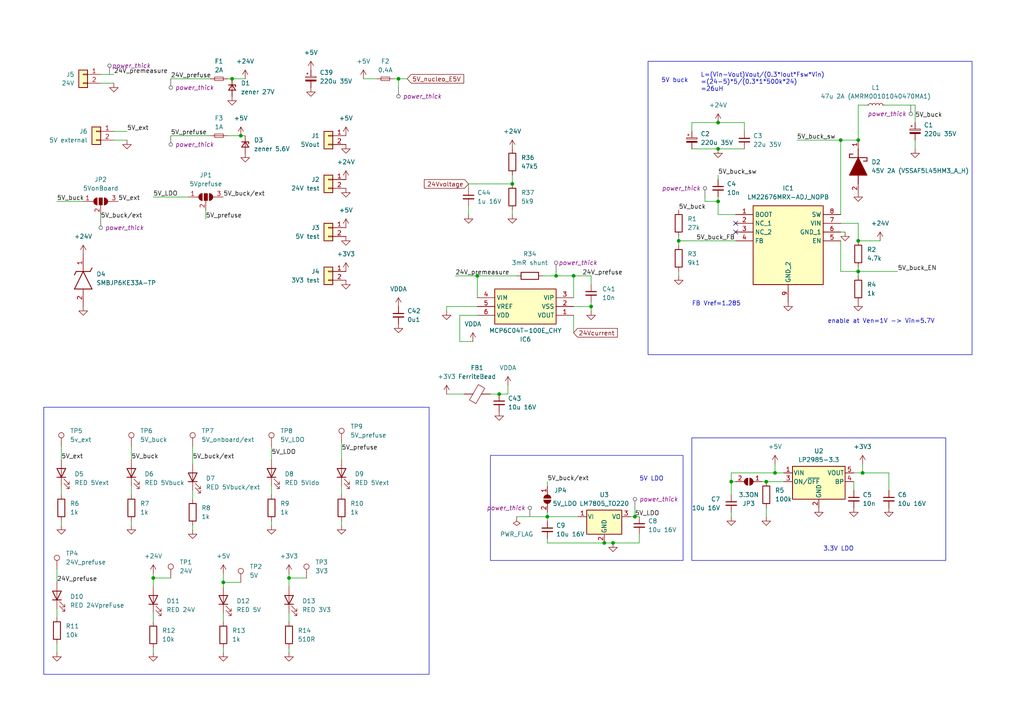
<source format=kicad_sch>
(kicad_sch (version 20231120) (generator "eeschema") (generator_version "8.0")
  (paper "A4")
  (title_block (title "rear box nucleo board 1") (date "2024-08-05") (rev "3.0") (company "NTURacing") (comment 1 "郭哲明") (comment 2 "Electrical group"))
  (junction (at 184.15 149.86))
  (junction (at 175.26 157.48))
  (junction (at 224.79 137.16))
  (junction (at 208.28 35.56))
  (junction (at 69.85 39.37))
  (junction (at 196.85 69.85))
  (junction (at 115.57 22.86))
  (junction (at 44.45 167.64))
  (junction (at 177.8 157.48))
  (junction (at 248.92 69.85))
  (junction (at 208.28 58.42))
  (junction (at 67.31 22.86))
  (junction (at 161.29 80.01))
  (junction (at 138.43 80.01))
  (junction (at 248.92 78.74))
  (junction (at 166.37 80.01))
  (junction (at 64.77 168.91))
  (junction (at 250.19 137.16))
  (junction (at 208.28 43.18))
  (junction (at 158.75 149.86))
  (junction (at 243.84 40.64))
  (junction (at 83.82 167.64))
  (junction (at 222.25 139.7))
  (junction (at 248.92 40.64))
  (junction (at 144.78 114.3))
  (junction (at 171.45 88.9))
  (junction (at 212.09 139.7))
  (junction (at 148.59 53.34))
  (no_connect (at 213.36 67.31))
  (no_connect (at 213.36 64.77))
  (wire (pts (xy 99.06 152.4) (xy 99.06 151.13)))
  (wire (pts (xy 265.43 30.48) (xy 265.43 35.56)))
  (wire (pts (xy 248.92 78.74) (xy 260.35 78.74)))
  (wire (pts (xy 166.37 80.01) (xy 166.37 86.36)))
  (wire (pts (xy 200.66 35.56) (xy 208.28 35.56)))
  (wire (pts (xy 175.26 157.48) (xy 177.8 157.48)))
  (wire (pts (xy 161.29 78.74) (xy 161.29 80.01)))
  (wire (pts (xy 158.75 139.7) (xy 158.75 140.97)))
  (wire (pts (xy 133.35 99.06) (xy 133.35 91.44)))
  (wire (pts (xy 256.54 30.48) (xy 265.43 30.48)))
  (wire (pts (xy 135.89 59.69) (xy 135.89 62.23)))
  (wire (pts (xy 147.32 111.76) (xy 147.32 114.3)))
  (wire (pts (xy 99.06 128.27) (xy 99.06 133.35)))
  (wire (pts (xy 133.35 91.44) (xy 138.43 91.44)))
  (wire (pts (xy 166.37 91.44) (xy 166.37 96.52)))
  (wire (pts (xy 158.75 157.48) (xy 175.26 157.48)))
  (wire (pts (xy 208.28 50.8) (xy 208.28 52.07)))
  (wire (pts (xy 171.45 90.17) (xy 171.45 88.9)))
  (wire (pts (xy 64.77 189.23) (xy 64.77 187.96)))
  (wire (pts (xy 105.41 22.86) (xy 109.22 22.86)))
  (wire (pts (xy 215.9 38.1) (xy 215.9 35.56)))
  (wire (pts (xy 55.88 153.67) (xy 55.88 152.4)))
  (wire (pts (xy 215.9 35.56) (xy 208.28 35.56)))
  (wire (pts (xy 49.53 22.86) (xy 60.96 22.86)))
  (wire (pts (xy 265.43 40.64) (xy 265.43 43.18)))
  (wire (pts (xy 208.28 43.18) (xy 215.9 43.18)))
  (wire (pts (xy 257.81 137.16) (xy 257.81 142.24)))
  (wire (pts (xy 16.51 189.23) (xy 16.51 186.69)))
  (wire (pts (xy 212.09 137.16) (xy 224.79 137.16)))
  (wire (pts (xy 208.28 62.23) (xy 213.36 62.23)))
  (wire (pts (xy 44.45 180.34) (xy 44.45 177.8)))
  (wire (pts (xy 243.84 69.85) (xy 243.84 78.74)))
  (wire (pts (xy 118.11 22.86) (xy 115.57 22.86)))
  (wire (pts (xy 196.85 80.01) (xy 196.85 78.74)))
  (wire (pts (xy 44.45 170.18) (xy 44.45 167.64)))
  (wire (pts (xy 17.78 143.51) (xy 17.78 140.97)))
  (wire (pts (xy 243.84 40.64) (xy 248.92 40.64)))
  (wire (pts (xy 248.92 64.77) (xy 248.92 69.85)))
  (wire (pts (xy 245.11 67.31) (xy 243.84 67.31)))
  (wire (pts (xy 133.35 99.06) (xy 137.16 99.06)))
  (wire (pts (xy 166.37 80.01) (xy 171.45 80.01)))
  (wire (pts (xy 166.37 88.9) (xy 171.45 88.9)))
  (wire (pts (xy 243.84 78.74) (xy 248.92 78.74)))
  (wire (pts (xy 208.28 57.15) (xy 208.28 58.42)))
  (wire (pts (xy 67.31 22.86) (xy 66.04 22.86)))
  (wire (pts (xy 17.78 129.54) (xy 17.78 133.35)))
  (wire (pts (xy 248.92 64.77) (xy 243.84 64.77)))
  (wire (pts (xy 196.85 71.12) (xy 196.85 69.85)))
  (wire (pts (xy 171.45 87.63) (xy 171.45 88.9)))
  (wire (pts (xy 38.1 143.51) (xy 38.1 140.97)))
  (wire (pts (xy 64.77 180.34) (xy 64.77 177.8)))
  (wire (pts (xy 148.59 60.96) (xy 148.59 62.23)))
  (wire (pts (xy 64.77 168.91) (xy 64.77 166.37)))
  (wire (pts (xy 248.92 30.48) (xy 248.92 40.64)))
  (wire (pts (xy 38.1 152.4) (xy 38.1 151.13)))
  (wire (pts (xy 158.75 149.86) (xy 167.64 149.86)))
  (wire (pts (xy 44.45 189.23) (xy 44.45 187.96)))
  (wire (pts (xy 158.75 148.59) (xy 158.75 149.86)))
  (wire (pts (xy 135.89 54.61) (xy 135.89 53.34)))
  (wire (pts (xy 71.12 22.86) (xy 67.31 22.86)))
  (wire (pts (xy 49.53 39.37) (xy 60.96 39.37)))
  (wire (pts (xy 16.51 58.42) (xy 24.13 58.42)))
  (wire (pts (xy 200.66 38.1) (xy 200.66 35.56)))
  (wire (pts (xy 243.84 40.64) (xy 243.84 62.23)))
  (wire (pts (xy 16.51 165.1) (xy 16.51 168.91)))
  (wire (pts (xy 138.43 88.9) (xy 129.54 88.9)))
  (wire (pts (xy 44.45 167.64) (xy 44.45 166.37)))
  (wire (pts (xy 49.53 167.64) (xy 44.45 167.64)))
  (wire (pts (xy 88.9 167.64) (xy 83.82 167.64)))
  (wire (pts (xy 33.02 38.1) (xy 36.83 38.1)))
  (wire (pts (xy 208.28 58.42) (xy 208.28 62.23)))
  (wire (pts (xy 78.74 143.51) (xy 78.74 140.97)))
  (wire (pts (xy 33.02 24.13) (xy 29.21 24.13)))
  (wire (pts (xy 212.09 148.59) (xy 212.09 149.86)))
  (wire (pts (xy 129.54 114.3) (xy 134.62 114.3)))
  (wire (pts (xy 182.88 149.86) (xy 184.15 149.86)))
  (wire (pts (xy 161.29 80.01) (xy 166.37 80.01)))
  (wire (pts (xy 250.19 134.62) (xy 250.19 137.16)))
  (wire (pts (xy 158.75 156.21) (xy 158.75 157.48)))
  (wire (pts (xy 29.21 63.5) (xy 29.21 62.23)))
  (wire (pts (xy 115.57 22.86) (xy 114.3 22.86)))
  (wire (pts (xy 212.09 137.16) (xy 212.09 139.7)))
  (wire (pts (xy 222.25 147.32) (xy 222.25 149.86)))
  (wire (pts (xy 250.19 137.16) (xy 257.81 137.16)))
  (wire (pts (xy 69.85 39.37) (xy 66.04 39.37)))
  (wire (pts (xy 248.92 78.74) (xy 248.92 77.47)))
  (wire (pts (xy 248.92 78.74) (xy 248.92 80.01)))
  (wire (pts (xy 129.54 88.9) (xy 129.54 90.17)))
  (wire (pts (xy 83.82 180.34) (xy 83.82 177.8)))
  (wire (pts (xy 157.48 80.01) (xy 161.29 80.01)))
  (wire (pts (xy 64.77 170.18) (xy 64.77 168.91)))
  (wire (pts (xy 177.8 157.48) (xy 185.42 157.48)))
  (wire (pts (xy 255.27 69.85) (xy 248.92 69.85)))
  (wire (pts (xy 224.79 134.62) (xy 224.79 137.16)))
  (wire (pts (xy 71.12 39.37) (xy 69.85 39.37)))
  (wire (pts (xy 83.82 170.18) (xy 83.82 167.64)))
  (wire (pts (xy 208.28 43.18) (xy 200.66 43.18)))
  (wire (pts (xy 38.1 129.54) (xy 38.1 133.35)))
  (wire (pts (xy 78.74 129.54) (xy 78.74 133.35)))
  (wire (pts (xy 212.09 139.7) (xy 212.09 143.51)))
  (wire (pts (xy 16.51 179.07) (xy 16.51 176.53)))
  (wire (pts (xy 224.79 137.16) (xy 227.33 137.16)))
  (wire (pts (xy 220.98 139.7) (xy 222.25 139.7)))
  (wire (pts (xy 204.47 57.15) (xy 204.47 58.42)))
  (wire (pts (xy 213.36 139.7) (xy 212.09 139.7)))
  (wire (pts (xy 196.85 69.85) (xy 213.36 69.85)))
  (wire (pts (xy 17.78 152.4) (xy 17.78 151.13)))
  (wire (pts (xy 36.83 40.64) (xy 33.02 40.64)))
  (wire (pts (xy 171.45 80.01) (xy 171.45 82.55)))
  (wire (pts (xy 142.24 114.3) (xy 144.78 114.3)))
  (wire (pts (xy 247.65 142.24) (xy 247.65 139.7)))
  (wire (pts (xy 148.59 50.8) (xy 148.59 53.34)))
  (wire (pts (xy 138.43 80.01) (xy 149.86 80.01)))
  (wire (pts (xy 78.74 152.4) (xy 78.74 151.13)))
  (wire (pts (xy 115.57 25.4) (xy 115.57 22.86)))
  (wire (pts (xy 59.69 63.5) (xy 59.69 60.96)))
  (wire (pts (xy 135.89 53.34) (xy 148.59 53.34)))
  (wire (pts (xy 149.86 149.86) (xy 158.75 149.86)))
  (wire (pts (xy 222.25 139.7) (xy 227.33 139.7)))
  (wire (pts (xy 138.43 80.01) (xy 138.43 86.36)))
  (wire (pts (xy 248.92 30.48) (xy 251.46 30.48)))
  (wire (pts (xy 83.82 167.64) (xy 83.82 166.37)))
  (wire (pts (xy 83.82 189.23) (xy 83.82 187.96)))
  (wire (pts (xy 99.06 143.51) (xy 99.06 140.97)))
  (wire (pts (xy 55.88 129.54) (xy 55.88 134.62)))
  (wire (pts (xy 231.14 40.64) (xy 243.84 40.64)))
  (wire (pts (xy 184.15 149.86) (xy 185.42 149.86)))
  (wire (pts (xy 185.42 154.94) (xy 185.42 157.48)))
  (wire (pts (xy 29.21 21.59) (xy 33.02 21.59)))
  (wire (pts (xy 196.85 68.58) (xy 196.85 69.85)))
  (wire (pts (xy 158.75 151.13) (xy 158.75 149.86)))
  (wire (pts (xy 247.65 137.16) (xy 250.19 137.16)))
  (wire (pts (xy 44.45 57.15) (xy 54.61 57.15)))
  (wire (pts (xy 55.88 144.78) (xy 55.88 142.24)))
  (wire (pts (xy 144.78 114.3) (xy 147.32 114.3)))
  (wire (pts (xy 69.85 168.91) (xy 64.77 168.91)))
  (wire (pts (xy 204.47 58.42) (xy 208.28 58.42)))
  (wire (pts (xy 132.08 80.01) (xy 138.43 80.01)))
  (wire (pts (xy 184.15 147.32) (xy 184.15 149.86)))
  (rectangle (start 12.7 118.11) (end 124.46 195.58))
  (rectangle (start 187.96 17.78) (end 281.94 102.87))
  (rectangle (start 200.66 127) (end 274.32 162.56))
  (rectangle (start 142.24 132.08) (end 198.12 162.56))
  (text "FB Vref=1.285" (at 200.66 88.9 0) (effects (font (size 1.27 1.27)) (justify left bottom)))
  (text "3.3V LDO" (at 238.76 160.02 0) (effects (font (size 1.27 1.27)) (justify left bottom)))
  (text "5V buck" (at 191.77 24.13 0) (effects (font (size 1.27 1.27)) (justify left bottom)))
  (text "L=(Vin-Vout)Vout/(0.3*Iout*Fsw*Vin)\n=(24-5)*5/(0.3*1*500k*24)\n=26uH" (at 203.2 26.67 0) (effects (font (size 1.27 1.27)) (justify left bottom)))
  (text "5V LDO" (at 185.42 139.7 0) (effects (font (size 1.27 1.27)) (justify left bottom)))
  (text "enable at Ven=1V -> Vin=5.7V\n" (at 240.03 93.98 0) (effects (font (size 1.27 1.27)) (justify left bottom)))
  (label "5V_buck{slash}ext" (at 29.21 63.5 0))
  (label "5V_buck{slash}ext" (at 64.77 57.15 0))
  (label "5V_prefuse" (at 99.06 130.81 0))
  (label "5V_buck_EN" (at 260.35 78.74 0))
  (label "5V_LDO" (at 78.74 132.08 0))
  (label "5V_buck" (at 265.43 34.29 0))
  (label "5V_buck" (at 16.51 58.42 0))
  (label "5V_ext" (at 17.78 133.35 0))
  (label "5V_ext" (at 34.29 58.42 0))
  (label "5V_ext" (at 36.83 38.1 0))
  (label "24V_premeasure" (at 33.02 21.59 0))
  (label "5V_buck{slash}ext" (at 158.75 139.7 0))
  (label "5V_buck_sw" (at 208.28 50.8 0))
  (label "5V_prefuse" (at 59.69 63.5 0))
  (label "24V_prefuse" (at 16.51 168.91 0))
  (label "5V_buck_sw" (at 231.14 40.64 0))
  (label "5V_buck" (at 38.1 133.35 0))
  (label "24V_prefuse" (at 168.91 80.01 0))
  (label "5V_LDO" (at 44.45 57.15 0))
  (label "5V_prefuse" (at 49.53 39.37 0))
  (label "5V_LDO" (at 184.15 149.86 0))
  (label "5V_buck" (at 196.85 60.96 0))
  (label "5V_buck_FB" (at 201.93 69.85 0))
  (label "5V_buck{slash}ext" (at 55.88 133.35 0))
  (label "24V_prefuse" (at 49.53 22.86 0))
  (label "24V_premeasure" (at 132.08 80.01 0))
  (global_label "24Vvoltage" (shape input) (at 135.89 53.34 180) (property "Intersheetrefs" "${INTERSHEET_REFS}" (effects (hide yes))))
  (global_label "24Vcurrent" (shape input) (at 166.37 96.52 0) (property "Intersheetrefs" "${INTERSHEET_REFS}" (effects (hide yes))))
  (global_label "5V_nucleo_E5V" (shape input) (at 118.11 22.86 0) (property "Intersheetrefs" "${INTERSHEET_REFS}" (effects (hide yes))))
  (netclass_flag "" (length 2.54) (shape round) (at 264.16 30.48 180) (property "Netclass" "power_thick" (at 262.89 33.02 0) (effects (font (italic yes)) (justify right))))
  (netclass_flag "" (length 2.54) (shape round) (at 161.29 78.74 0) (property "Netclass" "power_thick" (at 161.9885 76.2 0) (effects (font (italic yes)) (justify left))))
  (netclass_flag "" (length 2.54) (shape round) (at 31.75 21.59 0) (property "Netclass" "power_thick" (at 32.4485 19.05 0) (effects (font (italic yes)) (justify left))))
  (netclass_flag "" (length 2.54) (shape round) (at 29.21 63.5 180) (property "Netclass" "power_thick" (at 30.48 66.04 0) (effects (font (italic yes)) (justify left))))
  (netclass_flag "" (length 2.54) (shape round) (at 204.47 57.15 0) (property "Netclass" "power_thick" (at 203.2 54.61 0) (effects (font (italic yes)) (justify right))))
  (netclass_flag "" (length 2.54) (shape round) (at 184.15 147.32 0) (property "Netclass" "power_thick" (at 185.42 144.78 0) (effects (font (italic yes)) (justify left))))
  (netclass_flag "" (length 2.54) (shape round) (at 49.53 39.37 180) (property "Netclass" "power_thick" (at 50.8 41.91 0) (effects (font (italic yes)) (justify left))))
  (netclass_flag "" (length 2.54) (shape round) (at 115.57 25.4 180) (property "Netclass" "power_thick" (at 116.84 27.94 0) (effects (font (italic yes)) (justify left))))
  (netclass_flag "" (length 2.54) (shape round) (at 49.53 22.86 180) (property "Netclass" "power_thick" (at 50.8 25.4 0) (effects (font (italic yes)) (justify left))))
  (netclass_flag "" (length 2.54) (shape round) (at 153.67 149.86 0) (property "Netclass" "power_thick" (at 152.4 147.32 0) (effects (font (italic yes)) (justify right))))
  (symbol (lib_id "power:GND") (at 248.92 55.88 0) (unit 1)
    (property "Reference" "#PWR031" (effects (hide yes)))
    (property "Value" "GND" (effects (hide yes)))
  )
  (symbol (lib_id "Device:LED") (at 64.77 173.99 90) (unit 1)
    (property "Reference" "D12" (at 68.58 174.3075 90) (effects (justify right)))
    (property "Value" "RED 5V" (at 68.58 176.8475 90) (effects (justify right)))
    (property "Footprint" "LED_SMD:LED_0603_1608Metric" (effects (hide yes)))
    (instances (project "rearbox_nucleo_1" (path "" (reference "D12") (unit 1))) (project "BMS_MASTER_STM32F105RC" (path "" (reference "D1") (unit 1))))
  )
  (symbol (lib_id "Device:R") (at 153.67 80.01 90) (unit 1)
    (property "Reference" "R34" (at 153.67 73.66 90))
    (property "Value" "3mR shunt" (at 153.67 76.2 90))
    (property "Footprint" "Resistor_SMD:R_1206_3216Metric" (effects (hide yes)))
    (instances (project "rearbox_nucleo_1" (path "" (reference "R34") (unit 1))) (project "power board" (path "" (reference "R5") (unit 1)) (path "" (reference "R15") (unit 1))))
  )
  (symbol (lib_id "Device:Fuse_Small") (at 63.5 22.86 0) (unit 1)
    (property "Reference" "F1" (at 63.5 17.78 0))
    (property "Value" "2A" (at 63.5 20.32 0))
    (property "Footprint" "Fuse:Fuse_2512_6332Metric_Pad1.52x3.35mm_HandSolder" (effects (hide yes)))
  )
  (symbol (lib_id "power:+5V") (at 100.33 66.04 0) (unit 1)
    (property "Reference" "#PWR0153" (effects (hide yes)))
    (property "Value" "+5V" (at 100.33 60.96 0))
  )
  (symbol (lib_id "Device:C_Small") (at 185.42 152.4 0) (unit 1)
    (property "Reference" "C8" (at 187.96 151.1363 0) (effects (justify left)))
    (property "Value" "10u 16V" (at 187.96 153.6763 0) (effects (justify left)))
    (property "Footprint" "Capacitor_SMD:C_0805_2012Metric" (effects (hide yes)))
  )
  (symbol (lib_id "Connector:TestPoint") (at 49.53 167.64 0) (unit 1)
    (property "Reference" "TP1" (at 52.07 163.068 0) (effects (justify left)))
    (property "Value" "24V" (at 52.07 165.608 0) (effects (justify left)))
    (property "Footprint" "TestPoint:TestPoint_Pad_D1.0mm" (effects (hide yes)))
  )
  (symbol (lib_id "power:GND") (at 247.65 147.32 0) (unit 1)
    (property "Reference" "#PWR042" (effects (hide yes)))
    (property "Value" "GND" (effects (hide yes)))
    (instances (project "rearbox_nucleo_1" (path "" (reference "#PWR042") (unit 1))) (project "power board" (path "" (reference "#PWR031") (unit 1)) (path "" (reference "#PWR031") (unit 1))))
  )
  (symbol (lib_id "power:GND") (at 36.83 40.64 0) (unit 1)
    (property "Reference" "#PWR027" (effects (hide yes)))
    (property "Value" "GND" (effects (hide yes)))
  )
  (symbol (lib_id "power:VDDA") (at 137.16 99.06 0) (unit 1)
    (property "Reference" "#PWR0163" (effects (hide yes)))
    (property "Value" "VDDA" (at 137.16 93.98 0))
    (instances (project "rearbox_nucleo_1" (path "" (reference "#PWR0163") (unit 1))) (project "power board" (path "" (reference "#PWR017") (unit 1)) (path "" (reference "#PWR088") (unit 1))))
  )
  (symbol (lib_id "power:GND") (at 265.43 43.18 0) (unit 1)
    (property "Reference" "#PWR029" (effects (hide yes)))
    (property "Value" "GND" (effects (hide yes)))
  )
  (symbol (lib_id "Regulator_Linear:LM7805_TO220") (at 175.26 149.86 0) (unit 1)
    (property "Reference" "U3" (at 175.26 143.51 0))
    (property "Value" "LM7805_TO220" (at 175.26 146.05 0))
    (property "Footprint" "Package_TO_SOT_THT:TO-220-3_Vertical" (effects (hide yes)))
    (property "Datasheet" "https://www.onsemi.cn/PowerSolutions/document/MC7800-D.PDF" (effects (hide yes)))
  )
  (symbol (lib_id "Device:LED") (at 44.45 173.99 90) (unit 1)
    (property "Reference" "D11" (at 48.26 174.3075 90) (effects (justify right)))
    (property "Value" "RED 24V" (at 48.26 176.8475 90) (effects (justify right)))
    (property "Footprint" "LED_SMD:LED_0603_1608Metric" (effects (hide yes)))
    (instances (project "rearbox_nucleo_1" (path "" (reference "D11") (unit 1))) (project "BMS_MASTER_STM32F105RC" (path "" (reference "D1") (unit 1))))
  )
  (symbol (lib_id "Device:C_Small") (at 135.89 57.15 0) (unit 1)
    (property "Reference" "C44" (at 138.43 55.88 0) (effects (justify left)))
    (property "Value" "1u 16V" (at 138.43 58.42 0) (effects (justify left)))
    (property "Footprint" "Capacitor_SMD:C_0603_1608Metric" (effects (hide yes)))
    (instances (project "rearbox_nucleo_1" (path "" (reference "C44") (unit 1))) (project "power board" (path "" (reference "C5") (unit 1))))
  )
  (symbol (lib_id "Device:Fuse_Small") (at 63.5 39.37 0) (unit 1)
    (property "Reference" "F3" (at 63.5 34.29 0))
    (property "Value" "1A" (at 63.5 36.83 0))
    (property "Footprint" "Fuse:Fuse_2512_6332Metric_Pad1.52x3.35mm_HandSolder" (effects (hide yes)))
  )
  (symbol (lib_id "power:GND") (at 78.74 152.4 0) (unit 1)
    (property "Reference" "#PWR049" (effects (hide yes)))
    (property "Value" "GND" (effects (hide yes)))
    (instances (project "rearbox_nucleo_1" (path "" (reference "#PWR049") (unit 1))) (project "BMS_MASTER_STM32F105RC" (path "" (reference "#PWR080") (unit 1))))
  )
  (symbol (lib_id "power:+24V") (at 71.12 22.86 0) (unit 1)
    (property "Reference" "#PWR021" (effects (hide yes)))
    (property "Value" "+24V" (at 71.12 17.78 0))
  )
  (symbol (lib_id "Connector_Generic:Conn_01x02") (at 95.25 52.07 0) (mirror y) (unit 1)
    (property "Reference" "J2" (at 92.71 52.07 0) (effects (justify left)))
    (property "Value" "24V test" (at 92.71 54.61 0) (effects (justify left)))
    (property "Footprint" "Connector_PinHeader_2.54mm:PinHeader_1x02_P2.54mm_Vertical" (effects (hide yes)))
  )
  (symbol (lib_id "Connector:TestPoint") (at 16.51 165.1 0) (unit 1)
    (property "Reference" "TP4" (at 19.05 160.528 0) (effects (justify left)))
    (property "Value" "24V_prefuse" (at 19.05 163.068 0) (effects (justify left)))
    (property "Footprint" "TestPoint:TestPoint_Pad_D1.0mm" (effects (hide yes)))
  )
  (symbol (lib_id "power:GND") (at 55.88 153.67 0) (unit 1)
    (property "Reference" "#PWR048" (effects (hide yes)))
    (property "Value" "GND" (effects (hide yes)))
    (instances (project "rearbox_nucleo_1" (path "" (reference "#PWR048") (unit 1))) (project "BMS_MASTER_STM32F105RC" (path "" (reference "#PWR080") (unit 1))))
  )
  (symbol (lib_id "SamacSys_Parts:LM22676MRX-ADJ_NOPB") (at 213.36 62.23 0) (unit 1)
    (property "Reference" "IC1" (at 228.6 54.61 0))
    (property "Value" "LM22676MRX-ADJ_NOPB" (at 228.6 57.15 0))
    (property "Footprint" "SamacSys_Parts:SOIC127P600X170-9N" (effects (hide yes)))
    (property "Datasheet" "http://www.ti.com/lit/gpn/lm22676" (effects (hide yes)))
    (property "Height" "1.7" (effects (hide yes)))
    (property "Mouser Part Number" "926-LM22676MRXADJNPB" (effects (hide yes)))
    (property "Mouser Price/Stock" "https://www.mouser.co.uk/ProductDetail/Texas-Instruments/LM22676MRX-ADJ-NOPB?qs=X1J7HmVL2ZEiVxL5gtCClA%3D%3D" (effects (hide yes)))
    (property "Manufacturer_Name" "Texas Instruments" (effects (hide yes)))
    (property "Manufacturer_Part_Number" "LM22676MRX-ADJ/NOPB" (effects (hide yes)))
  )
  (symbol (lib_id "Connector:TestPoint") (at 69.85 168.91 0) (unit 1)
    (property "Reference" "TP2" (at 72.39 164.338 0) (effects (justify left)))
    (property "Value" "5V" (at 72.39 166.878 0) (effects (justify left)))
    (property "Footprint" "TestPoint:TestPoint_Pad_D1.0mm" (effects (hide yes)))
  )
  (symbol (lib_id "power:GND") (at 212.09 149.86 0) (unit 1)
    (property "Reference" "#PWR044" (effects (hide yes)))
    (property "Value" "GND" (effects (hide yes)))
    (instances (project "rearbox_nucleo_1" (path "" (reference "#PWR044") (unit 1))) (project "power board" (path "" (reference "#PWR036") (unit 1)) (path "" (reference "#PWR036") (unit 1))))
  )
  (symbol (lib_id "power:GND") (at 71.12 44.45 0) (unit 1)
    (property "Reference" "#PWR030" (effects (hide yes)))
    (property "Value" "GND" (effects (hide yes)))
  )
  (symbol (lib_id "power:GND") (at 148.59 62.23 0) (unit 1)
    (property "Reference" "#PWR0167" (effects (hide yes)))
    (property "Value" "GND" (effects (hide yes)))
    (instances (project "rearbox_nucleo_1" (path "" (reference "#PWR0167") (unit 1))) (project "power board" (path "" (reference "#PWR025") (unit 1))))
  )
  (symbol (lib_id "Device:R") (at 16.51 182.88 0) (unit 1)
    (property "Reference" "R11" (at 19.05 181.61 0) (effects (justify left)))
    (property "Value" "10k" (at 19.05 184.15 0) (effects (justify left)))
    (property "Footprint" "Resistor_SMD:R_0603_1608Metric" (effects (hide yes)))
    (instances (project "rearbox_nucleo_1" (path "" (reference "R11") (unit 1))) (project "BMS_MASTER_STM32F105RC" (path "" (reference "R17") (unit 1))))
  )
  (symbol (lib_id "power:+24V") (at 148.59 43.18 0) (unit 1)
    (property "Reference" "#PWR0168" (effects (hide yes)))
    (property "Value" "+24V" (at 148.59 38.1 0))
  )
  (symbol (lib_id "Connector_Generic:Conn_01x02") (at 24.13 21.59 0) (mirror y) (unit 1)
    (property "Reference" "J5" (at 21.59 21.59 0) (effects (justify left)))
    (property "Value" "24V" (at 21.59 24.13 0) (effects (justify left)))
    (property "Footprint" "Connector_JST:JST_XH_B2B-XH-A_1x02_P2.50mm_Vertical" (effects (hide yes)))
  )
  (symbol (lib_id "power:+3V3") (at 250.19 134.62 0) (unit 1)
    (property "Reference" "#PWR040" (effects (hide yes)))
    (property "Value" "+3V3" (at 250.19 129.54 0))
  )
  (symbol (lib_id "Device:R") (at 17.78 147.32 0) (unit 1)
    (property "Reference" "R6" (at 20.32 146.05 0) (effects (justify left)))
    (property "Value" "1k" (at 20.32 148.59 0) (effects (justify left)))
    (property "Footprint" "Resistor_SMD:R_0603_1608Metric" (effects (hide yes)))
    (instances (project "rearbox_nucleo_1" (path "" (reference "R6") (unit 1))) (project "BMS_MASTER_STM32F105RC" (path "" (reference "R17") (unit 1))))
  )
  (symbol (lib_id "power:GND") (at 90.17 25.4 0) (unit 1)
    (property "Reference" "#PWR09" (effects (hide yes)))
    (property "Value" "GND" (effects (hide yes)))
  )
  (symbol (lib_id "Connector:TestPoint") (at 38.1 129.54 0) (unit 1)
    (property "Reference" "TP6" (at 40.64 124.968 0) (effects (justify left)))
    (property "Value" "5V_buck" (at 40.64 127.508 0) (effects (justify left)))
    (property "Footprint" "TestPoint:TestPoint_Pad_D1.0mm" (effects (hide yes)))
  )
  (symbol (lib_id "Connector_Generic:Conn_01x02") (at 95.25 66.04 0) (mirror y) (unit 1)
    (property "Reference" "J3" (at 92.71 66.04 0) (effects (justify left)))
    (property "Value" "5V test" (at 92.71 68.58 0) (effects (justify left)))
    (property "Footprint" "Connector_PinHeader_2.54mm:PinHeader_1x02_P2.54mm_Vertical" (effects (hide yes)))
  )
  (symbol (lib_id "SamacSys_Parts:MCP6C04T-100E_CHY") (at 166.37 91.44 180) (unit 1)
    (property "Reference" "IC6" (at 152.4 98.425 0))
    (property "Value" "MCP6C04T-100E_CHY" (at 152.4 95.885 0))
    (property "Footprint" "SamacSys_Parts:SOT95P280X145-6N" (effects (hide yes)))
    (property "Height" "1.45" (effects (hide yes)))
    (property "Mouser Part Number" "579-MCP6C04T100ECHY" (effects (hide yes)))
    (property "Mouser Price/Stock" "https://www.mouser.co.uk/ProductDetail/Microchip-Technology/MCP6C04T-100E-CHY?qs=3HJ2avRr9PJRQkbNv3EK6Q%3D%3D" (effects (hide yes)))
    (property "Manufacturer_Name" "Microchip" (effects (hide yes)))
    (property "Manufacturer_Part_Number" "MCP6C04T-100E/CHY" (effects (hide yes)))
    (instances (project "rearbox_nucleo_1" (path "" (reference "IC6") (unit 1))) (project "power board" (path "" (reference "IC3") (unit 1)) (path "" (reference "IC5") (unit 1))))
  )
  (symbol (lib_id "power:GND") (at 33.02 24.13 0) (unit 1)
    (property "Reference" "#PWR022" (effects (hide yes)))
    (property "Value" "GND" (effects (hide yes)))
  )
  (symbol (lib_id "power:GND") (at 99.06 152.4 0) (unit 1)
    (property "Reference" "#PWR050" (effects (hide yes)))
    (property "Value" "GND" (effects (hide yes)))
    (instances (project "rearbox_nucleo_1" (path "" (reference "#PWR050") (unit 1))) (project "BMS_MASTER_STM32F105RC" (path "" (reference "#PWR080") (unit 1))))
  )
  (symbol (lib_id "power:GND") (at 171.45 90.17 0) (unit 1)
    (property "Reference" "#PWR0161" (effects (hide yes)))
    (property "Value" "GND" (effects (hide yes)))
    (instances (project "rearbox_nucleo_1" (path "" (reference "#PWR0161") (unit 1))) (project "power board" (path "" (reference "#PWR022") (unit 1)) (path "" (reference "#PWR086") (unit 1))))
  )
  (symbol (lib_id "power:+24V") (at 100.33 52.07 0) (unit 1)
    (property "Reference" "#PWR0119" (effects (hide yes)))
    (property "Value" "+24V" (at 100.33 46.99 0))
  )
  (symbol (lib_id "Device:LED") (at 38.1 137.16 90) (unit 1)
    (property "Reference" "D6" (at 41.91 137.4775 90) (effects (justify right)))
    (property "Value" "RED 5Vbuck" (at 41.91 140.0175 90) (effects (justify right)))
    (property "Footprint" "LED_SMD:LED_0603_1608Metric" (effects (hide yes)))
    (instances (project "rearbox_nucleo_1" (path "" (reference "D6") (unit 1))) (project "BMS_MASTER_STM32F105RC" (path "" (reference "D1") (unit 1))))
  )
  (symbol (lib_id "power:GND") (at 115.57 93.98 0) (unit 1)
    (property "Reference" "#PWR0162" (effects (hide yes)))
    (property "Value" "GND" (effects (hide yes)))
    (instances (project "rearbox_nucleo_1" (path "" (reference "#PWR0162") (unit 1))) (project "power board" (path "" (reference "#PWR018") (unit 1)) (path "" (reference "#PWR087") (unit 1))))
  )
  (symbol (lib_id "power:GND") (at 83.82 189.23 0) (unit 1)
    (property "Reference" "#PWR058" (effects (hide yes)))
    (property "Value" "GND" (effects (hide yes)))
    (instances (project "rearbox_nucleo_1" (path "" (reference "#PWR058") (unit 1))) (project "BMS_MASTER_STM32F105RC" (path "" (reference "#PWR080") (unit 1))))
  )
  (symbol (lib_id "Device:LED") (at 83.82 173.99 90) (unit 1)
    (property "Reference" "D13" (at 87.63 174.3075 90) (effects (justify right)))
    (property "Value" "RED 3V3" (at 87.63 176.8475 90) (effects (justify right)))
    (property "Footprint" "LED_SMD:LED_0603_1608Metric" (effects (hide yes)))
    (instances (project "rearbox_nucleo_1" (path "" (reference "D13") (unit 1))) (project "BMS_MASTER_STM32F105RC" (path "" (reference "D1") (unit 1))))
  )
  (symbol (lib_id "power:+5V") (at 100.33 39.37 0) (unit 1)
    (property "Reference" "#PWR019" (effects (hide yes)))
    (property "Value" "+5V" (at 100.33 34.29 0))
  )
  (symbol (lib_id "power:GND") (at 144.78 119.38 0) (unit 1)
    (property "Reference" "#PWR0165" (effects (hide yes)))
    (property "Value" "GND" (effects (hide yes)))
    (instances (project "rearbox_nucleo_1" (path "" (reference "#PWR0165") (unit 1))) (project "power board" (path "" (reference "#PWR033") (unit 1)) (path "" (reference "#PWR033") (unit 1))))
  )
  (symbol (lib_id "power:GND") (at 222.25 149.86 0) (unit 1)
    (property "Reference" "#PWR045" (effects (hide yes)))
    (property "Value" "GND" (effects (hide yes)))
    (instances (project "rearbox_nucleo_1" (path "" (reference "#PWR045") (unit 1))) (project "power board" (path "" (reference "#PWR036") (unit 1)) (path "" (reference "#PWR036") (unit 1))))
  )
  (symbol (lib_id "power:GND") (at 129.54 90.17 0) (unit 1)
    (property "Reference" "#PWR0160" (effects (hide yes)))
    (property "Value" "GND" (effects (hide yes)))
    (instances (project "rearbox_nucleo_1" (path "" (reference "#PWR0160") (unit 1))) (project "power board" (path "" (reference "#PWR019") (unit 1)) (path "" (reference "#PWR085") (unit 1))))
  )
  (symbol (lib_id "Device:R") (at 248.92 83.82 0) (unit 1)
    (property "Reference" "R4" (at 251.46 82.55 0) (effects (justify left)))
    (property "Value" "1k" (at 251.46 85.09 0) (effects (justify left)))
    (property "Footprint" "Resistor_SMD:R_0603_1608Metric" (effects (hide yes)))
    (instances (project "rearbox_nucleo_1" (path "" (reference "R4") (unit 1))) (project "BMS_MASTER_STM32F105RC" (path "" (reference "R17") (unit 1))))
  )
  (symbol (lib_id "Device:D_Zener_Small") (at 71.12 41.91 270) (unit 1)
    (property "Reference" "D3" (at 73.66 40.64 90) (effects (justify left)))
    (property "Value" "zener 5.6V" (at 73.66 43.18 90) (effects (justify left)))
    (property "Footprint" "Diode_SMD:D_MiniMELF" (effects (hide yes)))
  )
  (symbol (lib_id "power:+5V") (at 69.85 39.37 0) (unit 1)
    (property "Reference" "#PWR026" (effects (hide yes)))
    (property "Value" "+5V" (at 69.85 34.29 0))
  )
  (symbol (lib_id "power:GND") (at 257.81 147.32 0) (unit 1)
    (property "Reference" "#PWR043" (effects (hide yes)))
    (property "Value" "GND" (effects (hide yes)))
    (instances (project "rearbox_nucleo_1" (path "" (reference "#PWR043") (unit 1))) (project "power board" (path "" (reference "#PWR032") (unit 1)) (path "" (reference "#PWR032") (unit 1))))
  )
  (symbol (lib_id "Device:R") (at 196.85 74.93 0) (unit 1)
    (property "Reference" "R3" (at 199.39 73.66 0) (effects (justify left)))
    (property "Value" "9k1" (at 199.39 76.2 0) (effects (justify left)))
    (property "Footprint" "Resistor_SMD:R_0603_1608Metric" (effects (hide yes)))
    (instances (project "rearbox_nucleo_1" (path "" (reference "R3") (unit 1))) (project "BMS_MASTER_STM32F105RC" (path "" (reference "R17") (unit 1))))
  )
  (symbol (lib_id "power:VDDA") (at 115.57 88.9 0) (unit 1)
    (property "Reference" "#PWR0118" (effects (hide yes)))
    (property "Value" "VDDA" (at 115.57 83.82 0))
    (instances (project "rearbox_nucleo_1" (path "" (reference "#PWR0118") (unit 1))) (project "power board" (path "" (reference "#PWR08") (unit 1)) (path "" (reference "#PWR083") (unit 1))))
  )
  (symbol (lib_id "Jumper:SolderJumper_3_Open") (at 29.21 58.42 0) (unit 1)
    (property "Reference" "JP2" (at 29.21 52.07 0))
    (property "Value" "5VonBoard" (at 29.21 54.61 0))
    (property "Footprint" "Jumper:SolderJumper-3_P1.3mm_Open_Pad1.0x1.5mm_NumberLabels" (effects (hide yes)))
  )
  (symbol (lib_id "Device:R") (at 44.45 184.15 0) (unit 1)
    (property "Reference" "R12" (at 46.99 182.88 0) (effects (justify left)))
    (property "Value" "10k" (at 46.99 185.42 0) (effects (justify left)))
    (property "Footprint" "Resistor_SMD:R_0603_1608Metric" (effects (hide yes)))
    (instances (project "rearbox_nucleo_1" (path "" (reference "R12") (unit 1))) (project "BMS_MASTER_STM32F105RC" (path "" (reference "R17") (unit 1))))
  )
  (symbol (lib_id "Connector_Generic:Conn_01x02") (at 27.94 38.1 0) (mirror y) (unit 1)
    (property "Reference" "J6" (at 25.4 38.1 0) (effects (justify left)))
    (property "Value" "5V external" (at 25.4 40.64 0) (effects (justify left)))
    (property "Footprint" "Connector_JST:JST_XH_B2B-XH-A_1x02_P2.50mm_Vertical" (effects (hide yes)))
  )
  (symbol (lib_id "Connector:TestPoint") (at 99.06 128.27 0) (unit 1)
    (property "Reference" "TP9" (at 101.6 123.698 0) (effects (justify left)))
    (property "Value" "5V_prefuse" (at 101.6 126.238 0) (effects (justify left)))
    (property "Footprint" "TestPoint:TestPoint_Pad_D1.0mm" (effects (hide yes)))
  )
  (symbol (lib_id "Jumper:SolderJumper_2_Open") (at 217.17 139.7 0) (mirror y) (unit 1)
    (property "Reference" "JP3" (at 217.17 146.05 0))
    (property "Value" "3.3ON" (at 217.17 143.51 0))
    (property "Footprint" "Jumper:SolderJumper-2_P1.3mm_Open_Pad1.0x1.5mm" (effects (hide yes)))
  )
  (symbol (lib_id "power:+3V3") (at 83.82 166.37 0) (unit 1)
    (property "Reference" "#PWR054" (effects (hide yes)))
    (property "Value" "+3V3" (at 83.82 161.29 0))
  )
  (symbol (lib_id "Device:FerriteBead") (at 138.43 114.3 90) (unit 1)
    (property "Reference" "FB1" (at 138.3792 106.68 90))
    (property "Value" "FerriteBead" (at 138.3792 109.22 90))
    (property "Footprint" "Inductor_SMD:L_0805_2012Metric" (effects (hide yes)))
  )
  (symbol (lib_id "power:+24V") (at 44.45 166.37 0) (unit 1)
    (property "Reference" "#PWR052" (effects (hide yes)))
    (property "Value" "+24V" (at 44.45 161.29 0))
  )
  (symbol (lib_id "power:+3V3") (at 100.33 78.74 0) (unit 1)
    (property "Reference" "#PWR0155" (effects (hide yes)))
    (property "Value" "+3V3" (at 100.33 73.66 0))
  )
  (symbol (lib_id "power:GND") (at 100.33 81.28 0) (unit 1)
    (property "Reference" "#PWR0156" (effects (hide yes)))
    (property "Value" "GND" (effects (hide yes)))
  )
  (symbol (lib_id "Device:R") (at 248.92 73.66 0) (unit 1)
    (property "Reference" "R2" (at 251.46 72.39 0) (effects (justify left)))
    (property "Value" "4.7k" (at 251.46 74.93 0) (effects (justify left)))
    (property "Footprint" "Resistor_SMD:R_0603_1608Metric" (effects (hide yes)))
    (instances (project "rearbox_nucleo_1" (path "" (reference "R2") (unit 1))) (project "BMS_MASTER_STM32F105RC" (path "" (reference "R17") (unit 1))))
  )
  (symbol (lib_id "Device:D_Zener_Small") (at 67.31 25.4 270) (unit 1)
    (property "Reference" "D1" (at 69.85 24.13 90) (effects (justify left)))
    (property "Value" "zener 27V" (at 69.85 26.67 90) (effects (justify left)))
    (property "Footprint" "Diode_SMD:D_MiniMELF" (effects (hide yes)))
  )
  (symbol (lib_id "Device:LED") (at 17.78 137.16 90) (unit 1)
    (property "Reference" "D5" (at 21.59 137.4775 90) (effects (justify right)))
    (property "Value" "RED 5Vext" (at 21.59 140.0175 90) (effects (justify right)))
    (property "Footprint" "LED_SMD:LED_0603_1608Metric" (effects (hide yes)))
    (instances (project "rearbox_nucleo_1" (path "" (reference "D5") (unit 1))) (project "BMS_MASTER_STM32F105RC" (path "" (reference "D1") (unit 1))))
  )
  (symbol (lib_id "power:+5V") (at 64.77 166.37 0) (unit 1)
    (property "Reference" "#PWR053" (effects (hide yes)))
    (property "Value" "+5V" (at 64.77 161.29 0))
    (instances (project "rearbox_nucleo_1" (path "" (reference "#PWR053") (unit 1))) (project "BMS_MASTER_STM32F105RC" (path "" (reference "#PWR026") (unit 1))))
  )
  (symbol (lib_id "power:GND") (at 237.49 147.32 0) (unit 1)
    (property "Reference" "#PWR041" (effects (hide yes)))
    (property "Value" "GND" (effects (hide yes)))
    (instances (project "rearbox_nucleo_1" (path "" (reference "#PWR041") (unit 1))) (project "power board" (path "" (reference "#PWR030") (unit 1)) (path "" (reference "#PWR030") (unit 1))))
  )
  (symbol (lib_id "Connector:TestPoint") (at 17.78 129.54 0) (unit 1)
    (property "Reference" "TP5" (at 20.32 124.968 0) (effects (justify left)))
    (property "Value" "5v_ext" (at 20.32 127.508 0) (effects (justify left)))
    (property "Footprint" "TestPoint:TestPoint_Pad_D1.0mm" (effects (hide yes)))
  )
  (symbol (lib_id "power:GND") (at 24.13 88.9 0) (unit 1)
    (property "Reference" "#PWR038" (effects (hide yes)))
    (property "Value" "GND" (effects (hide yes)))
  )
  (symbol (lib_id "power:GND") (at 44.45 189.23 0) (unit 1)
    (property "Reference" "#PWR056" (effects (hide yes)))
    (property "Value" "GND" (effects (hide yes)))
    (instances (project "rearbox_nucleo_1" (path "" (reference "#PWR056") (unit 1))) (project "BMS_MASTER_STM32F105RC" (path "" (reference "#PWR080") (unit 1))))
  )
  (symbol (lib_id "power:+5V") (at 224.79 134.62 0) (unit 1)
    (property "Reference" "#PWR039" (effects (hide yes)))
    (property "Value" "+5V" (at 224.79 129.54 0))
    (instances (project "rearbox_nucleo_1" (path "" (reference "#PWR039") (unit 1))) (project "BMS_MASTER_STM32F105RC" (path "" (reference "#PWR026") (unit 1))) (project "power board" (path "" (reference "#PWR027") (unit 1)) (path "" (reference "#PWR027") (unit 1))))
  )
  (symbol (lib_id "SamacSys_Parts:SMBJP6KE33A-TP") (at 24.13 73.66 270) (unit 1)
    (property "Reference" "D4" (at 27.94 79.502 90) (effects (justify left)))
    (property "Value" "SMBJP6KE33A-TP" (at 27.94 82.042 90) (effects (justify left)))
    (property "Footprint" "SamacSys_Parts:DIOM5336X262N" (effects (hide yes)))
    (property "Datasheet" "https://www.mccsemi.com/pdf/Products/SMBJP6KE6.8(C)A-SMBJP6KE550(C)A(SMB).pdf" (effects (hide yes)))
    (property "Height" "2.62" (effects (hide yes)))
    (property "Mouser Part Number" "833-SMBJP6KE33A-TP" (effects (hide yes)))
    (property "Mouser Price/Stock" "https://www.mouser.co.uk/ProductDetail/Micro-Commercial-Components-MCC/SMBJP6KE33A-TP?qs=O1HRStiETCh%252B2PrMUaJqTg%3D%3D" (effects (hide yes)))
    (property "Manufacturer_Name" "MCC" (effects (hide yes)))
    (property "Manufacturer_Part_Number" "SMBJP6KE33A-TP" (effects (hide yes)))
  )
  (symbol (lib_id "power:GND") (at 100.33 68.58 0) (unit 1)
    (property "Reference" "#PWR0154" (effects (hide yes)))
    (property "Value" "GND" (effects (hide yes)))
  )
  (symbol (lib_id "Device:LED") (at 55.88 138.43 90) (unit 1)
    (property "Reference" "D7" (at 59.69 138.7475 90) (effects (justify right)))
    (property "Value" "RED 5Vbuck/ext" (at 59.69 141.2875 90) (effects (justify right)))
    (property "Footprint" "LED_SMD:LED_0603_1608Metric" (effects (hide yes)))
    (instances (project "rearbox_nucleo_1" (path "" (reference "D7") (unit 1))) (project "BMS_MASTER_STM32F105RC" (path "" (reference "D1") (unit 1))))
  )
  (symbol (lib_id "power:+24V") (at 208.28 35.56 0) (unit 1)
    (property "Reference" "#PWR025" (effects (hide yes)))
    (property "Value" "+24V" (at 208.28 30.48 0))
  )
  (symbol (lib_id "Device:R") (at 83.82 184.15 0) (unit 1)
    (property "Reference" "R14" (at 86.36 182.88 0) (effects (justify left)))
    (property "Value" "510R" (at 86.36 185.42 0) (effects (justify left)))
    (property "Footprint" "Resistor_SMD:R_0603_1608Metric" (effects (hide yes)))
    (instances (project "rearbox_nucleo_1" (path "" (reference "R14") (unit 1))) (project "BMS_MASTER_STM32F105RC" (path "" (reference "R17") (unit 1))))
  )
  (symbol (lib_id "power:GND") (at 196.85 80.01 0) (unit 1)
    (property "Reference" "#PWR035" (effects (hide yes)))
    (property "Value" "GND" (effects (hide yes)))
  )
  (symbol (lib_id "Device:C_Small") (at 257.81 144.78 0) (unit 1)
    (property "Reference" "C6" (at 260.35 143.51 0) (effects (justify left)))
    (property "Value" "10u 16V" (at 260.35 146.05 0) (effects (justify left)))
    (property "Footprint" "Capacitor_SMD:C_0805_2012Metric" (effects (hide yes)))
    (instances (project "rearbox_nucleo_1" (path "" (reference "C6") (unit 1))) (project "power board" (path "" (reference "C8") (unit 1)) (path "" (reference "C8") (unit 1))))
  )
  (symbol (lib_id "Connector_Generic:Conn_01x02") (at 95.25 78.74 0) (mirror y) (unit 1)
    (property "Reference" "J4" (at 92.71 78.74 0) (effects (justify left)))
    (property "Value" "3V3 test" (at 92.71 81.28 0) (effects (justify left)))
    (property "Footprint" "Connector_PinHeader_2.54mm:PinHeader_1x02_P2.54mm_Vertical" (effects (hide yes)))
  )
  (symbol (lib_id "Device:C_Small") (at 171.45 85.09 0) (unit 1)
    (property "Reference" "C41" (at 174.625 83.82 0) (effects (justify left)))
    (property "Value" "10n" (at 174.625 86.36 0) (effects (justify left)))
    (property "Footprint" "Capacitor_SMD:C_0603_1608Metric" (effects (hide yes)))
    (instances (project "rearbox_nucleo_1" (path "" (reference "C41") (unit 1))) (project "power board" (path "" (reference "C6") (unit 1)) (path "" (reference "C24") (unit 1))))
  )
  (symbol (lib_id "Device:Fuse_Small") (at 111.76 22.86 0) (unit 1)
    (property "Reference" "F2" (at 111.76 17.78 0))
    (property "Value" "0.4A" (at 111.76 20.32 0))
    (property "Footprint" "Fuse:Fuse_2512_6332Metric_Pad1.52x3.35mm_HandSolder" (effects (hide yes)))
  )
  (symbol (lib_id "power:+24V") (at 255.27 69.85 0) (unit 1)
    (property "Reference" "#PWR033" (effects (hide yes)))
    (property "Value" "+24V" (at 255.27 64.77 0))
  )
  (symbol (lib_id "Connector:TestPoint") (at 78.74 129.54 0) (unit 1)
    (property "Reference" "TP8" (at 81.28 124.968 0) (effects (justify left)))
    (property "Value" "5V_LDO" (at 81.28 127.508 0) (effects (justify left)))
    (property "Footprint" "TestPoint:TestPoint_Pad_D1.0mm" (effects (hide yes)))
  )
  (symbol (lib_id "power:+5V") (at 105.41 22.86 0) (unit 1)
    (property "Reference" "#PWR023" (effects (hide yes)))
    (property "Value" "+5V" (at 105.41 17.78 0))
  )
  (symbol (lib_id "Device:C_Small") (at 212.09 146.05 0) (mirror y) (unit 1)
    (property "Reference" "C7" (at 208.915 144.78 0) (effects (justify left)))
    (property "Value" "10u 16V" (at 208.915 147.32 0) (effects (justify left)))
    (property "Footprint" "Capacitor_SMD:C_0805_2012Metric" (effects (hide yes)))
    (instances (project "rearbox_nucleo_1" (path "" (reference "C7") (unit 1))) (project "power board" (path "" (reference "C10") (unit 1)) (path "" (reference "C10") (unit 1))))
  )
  (symbol (lib_id "Device:C_Small") (at 144.78 116.84 0) (unit 1)
    (property "Reference" "C43" (at 147.32 115.57 0) (effects (justify left)))
    (property "Value" "10u 16V" (at 147.32 118.11 0) (effects (justify left)))
    (property "Footprint" "Capacitor_SMD:C_0805_2012Metric" (effects (hide yes)))
    (instances (project "rearbox_nucleo_1" (path "" (reference "C43") (unit 1))) (project "power board" (path "" (reference "C9") (unit 1)) (path "" (reference "C9") (unit 1))))
  )
  (symbol (lib_id "Device:C_Polarized_Small") (at 265.43 38.1 0) (unit 1)
    (property "Reference" "C1" (at 267.97 36.2839 0) (effects (justify left)))
    (property "Value" "220u 35V" (at 267.97 38.8239 0) (effects (justify left)))
    (property "Footprint" "Capacitor_THT:CP_Radial_D8.0mm_P3.80mm" (effects (hide yes)))
  )
  (symbol (lib_id "Device:C_Small") (at 158.75 153.67 0) (unit 1)
    (property "Reference" "C9" (at 161.29 152.4063 0) (effects (justify left)))
    (property "Value" "10u 16V" (at 161.29 154.9463 0) (effects (justify left)))
    (property "Footprint" "Capacitor_SMD:C_0805_2012Metric" (effects (hide yes)))
  )
  (symbol (lib_id "Device:R") (at 55.88 148.59 0) (unit 1)
    (property "Reference" "R8" (at 58.42 147.32 0) (effects (justify left)))
    (property "Value" "1k" (at 58.42 149.86 0) (effects (justify left)))
    (property "Footprint" "Resistor_SMD:R_0603_1608Metric" (effects (hide yes)))
    (instances (project "rearbox_nucleo_1" (path "" (reference "R8") (unit 1))) (project "BMS_MASTER_STM32F105RC" (path "" (reference "R17") (unit 1))))
  )
  (symbol (lib_id "Device:C_Small") (at 208.28 54.61 0) (unit 1)
    (property "Reference" "C4" (at 210.82 53.3463 0) (effects (justify left)))
    (property "Value" "10n" (at 210.82 55.8863 0) (effects (justify left)))
    (property "Footprint" "Capacitor_SMD:C_0603_1608Metric" (effects (hide yes)))
  )
  (symbol (lib_id "power:GND") (at 135.89 62.23 0) (unit 1)
    (property "Reference" "#PWR0117" (effects (hide yes)))
    (property "Value" "GND" (effects (hide yes)))
    (instances (project "rearbox_nucleo_1" (path "" (reference "#PWR0117") (unit 1))) (project "power board" (path "" (reference "#PWR024") (unit 1))))
  )
  (symbol (lib_id "Device:R") (at 196.85 64.77 0) (unit 1)
    (property "Reference" "R1" (at 199.39 63.5 0) (effects (justify left)))
    (property "Value" "27k" (at 199.39 66.04 0) (effects (justify left)))
    (property "Footprint" "Resistor_SMD:R_0603_1608Metric" (effects (hide yes)))
    (instances (project "rearbox_nucleo_1" (path "" (reference "R1") (unit 1))) (project "BMS_MASTER_STM32F105RC" (path "" (reference "R17") (unit 1))))
  )
  (symbol (lib_id "Regulator_Linear:LP2985-3.3") (at 237.49 139.7 0) (unit 1)
    (property "Reference" "U2" (at 237.49 130.81 0))
    (property "Value" "LP2985-3.3" (at 237.49 133.35 0))
    (property "Footprint" "Package_TO_SOT_SMD:SOT-23-5" (effects (hide yes)))
    (property "Datasheet" "http://www.ti.com/lit/ds/symlink/lp2985.pdf" (effects (hide yes)))
    (instances (project "rearbox_nucleo_1" (path "" (reference "U2") (unit 1))) (project "power board" (path "" (reference "U1") (unit 1)) (path "" (reference "U1") (unit 1))))
  )
  (symbol (lib_id "power:GND") (at 67.31 27.94 0) (unit 1)
    (property "Reference" "#PWR024" (effects (hide yes)))
    (property "Value" "GND" (effects (hide yes)))
  )
  (symbol (lib_id "power:+3V3") (at 129.54 114.3 0) (unit 1)
    (property "Reference" "#PWR0166" (effects (hide yes)))
    (property "Value" "+3V3" (at 129.54 109.22 0))
  )
  (symbol (lib_id "power:GND") (at 38.1 152.4 0) (unit 1)
    (property "Reference" "#PWR047" (effects (hide yes)))
    (property "Value" "GND" (effects (hide yes)))
    (instances (project "rearbox_nucleo_1" (path "" (reference "#PWR047") (unit 1))) (project "BMS_MASTER_STM32F105RC" (path "" (reference "#PWR080") (unit 1))))
  )
  (symbol (lib_id "Device:R") (at 148.59 57.15 0) (unit 1)
    (property "Reference" "R37" (at 151.13 55.88 0) (effects (justify left)))
    (property "Value" "5k9" (at 151.13 58.42 0) (effects (justify left)))
    (property "Footprint" "Resistor_SMD:R_0603_1608Metric" (effects (hide yes)))
    (instances (project "rearbox_nucleo_1" (path "" (reference "R37") (unit 1))) (project "power board" (path "" (reference "R7") (unit 1))))
  )
  (symbol (lib_id "Device:R") (at 38.1 147.32 0) (unit 1)
    (property "Reference" "R7" (at 40.64 146.05 0) (effects (justify left)))
    (property "Value" "1k" (at 40.64 148.59 0) (effects (justify left)))
    (property "Footprint" "Resistor_SMD:R_0603_1608Metric" (effects (hide yes)))
    (instances (project "rearbox_nucleo_1" (path "" (reference "R7") (unit 1))) (project "BMS_MASTER_STM32F105RC" (path "" (reference "R17") (unit 1))))
  )
  (symbol (lib_id "power:PWR_FLAG") (at 149.86 149.86 0) (mirror x) (unit 1)
    (property "Reference" "#FLG08" (effects (hide yes)))
    (property "Value" "PWR_FLAG" (at 149.86 154.94 0))
  )
  (symbol (lib_id "Device:C_Polarized_Small") (at 200.66 40.64 0) (unit 1)
    (property "Reference" "C2" (at 203.2 38.8239 0) (effects (justify left)))
    (property "Value" "220u 35V" (at 203.2 41.3639 0) (effects (justify left)))
    (property "Footprint" "Capacitor_THT:CP_Radial_D8.0mm_P3.80mm" (effects (hide yes)))
  )
  (symbol (lib_id "power:GND") (at 16.51 189.23 0) (unit 1)
    (property "Reference" "#PWR055" (effects (hide yes)))
    (property "Value" "GND" (effects (hide yes)))
    (instances (project "rearbox_nucleo_1" (path "" (reference "#PWR055") (unit 1))) (project "BMS_MASTER_STM32F105RC" (path "" (reference "#PWR080") (unit 1))))
  )
  (symbol (lib_id "power:GND") (at 17.78 152.4 0) (unit 1)
    (property "Reference" "#PWR046" (effects (hide yes)))
    (property "Value" "GND" (effects (hide yes)))
    (instances (project "rearbox_nucleo_1" (path "" (reference "#PWR046") (unit 1))) (project "BMS_MASTER_STM32F105RC" (path "" (reference "#PWR080") (unit 1))))
  )
  (symbol (lib_id "Device:LED") (at 99.06 137.16 90) (unit 1)
    (property "Reference" "D9" (at 102.87 137.4775 90) (effects (justify right)))
    (property "Value" "RED 5Vext" (at 102.87 140.0175 90) (effects (justify right)))
    (property "Footprint" "LED_SMD:LED_0603_1608Metric" (effects (hide yes)))
    (instances (project "rearbox_nucleo_1" (path "" (reference "D9") (unit 1))) (project "BMS_MASTER_STM32F105RC" (path "" (reference "D1") (unit 1))))
  )
  (symbol (lib_id "Jumper:SolderJumper_3_Open") (at 59.69 57.15 0) (unit 1)
    (property "Reference" "JP1" (at 59.69 50.8 0))
    (property "Value" "5Vprefuse" (at 59.69 53.34 0))
    (property "Footprint" "Jumper:SolderJumper-3_P1.3mm_Open_Pad1.0x1.5mm_NumberLabels" (effects (hide yes)))
  )
  (symbol (lib_id "Device:LED") (at 16.51 172.72 90) (unit 1)
    (property "Reference" "D10" (at 20.32 173.0375 90) (effects (justify right)))
    (property "Value" "RED 24VpreFuse" (at 20.32 175.5775 90) (effects (justify right)))
    (property "Footprint" "LED_SMD:LED_0603_1608Metric" (effects (hide yes)))
    (instances (project "rearbox_nucleo_1" (path "" (reference "D10") (unit 1))) (project "BMS_MASTER_STM32F105RC" (path "" (reference "D1") (unit 1))))
  )
  (symbol (lib_id "Device:R") (at 99.06 147.32 0) (unit 1)
    (property "Reference" "R10" (at 101.6 146.05 0) (effects (justify left)))
    (property "Value" "1k" (at 101.6 148.59 0) (effects (justify left)))
    (property "Footprint" "Resistor_SMD:R_0603_1608Metric" (effects (hide yes)))
    (instances (project "rearbox_nucleo_1" (path "" (reference "R10") (unit 1))) (project "BMS_MASTER_STM32F105RC" (path "" (reference "R17") (unit 1))))
  )
  (symbol (lib_id "power:GND") (at 100.33 41.91 0) (unit 1)
    (property "Reference" "#PWR010" (effects (hide yes)))
    (property "Value" "GND" (effects (hide yes)))
  )
  (symbol (lib_id "power:GND") (at 208.28 43.18 0) (unit 1)
    (property "Reference" "#PWR028" (effects (hide yes)))
    (property "Value" "GND" (effects (hide yes)))
  )
  (symbol (lib_id "power:+24V") (at 24.13 73.66 0) (unit 1)
    (property "Reference" "#PWR034" (effects (hide yes)))
    (property "Value" "+24V" (at 24.13 68.58 0))
  )
  (symbol (lib_id "power:+5V") (at 90.17 20.32 0) (unit 1)
    (property "Reference" "#PWR06" (effects (hide yes)))
    (property "Value" "+5V" (at 90.17 15.24 0))
  )
  (symbol (lib_id "power:VDDA") (at 147.32 111.76 0) (unit 1)
    (property "Reference" "#PWR0164" (effects (hide yes)))
    (property "Value" "VDDA" (at 147.32 106.68 0))
    (instances (project "rearbox_nucleo_1" (path "" (reference "#PWR0164") (unit 1))) (project "power board" (path "" (reference "#PWR029") (unit 1)) (path "" (reference "#PWR029") (unit 1))))
  )
  (symbol (lib_id "power:GND") (at 100.33 54.61 0) (unit 1)
    (property "Reference" "#PWR0136" (effects (hide yes)))
    (property "Value" "GND" (effects (hide yes)))
  )
  (symbol (lib_id "power:GND") (at 245.11 67.31 0) (unit 1)
    (property "Reference" "#PWR032" (effects (hide yes)))
    (property "Value" "GND" (effects (hide yes)))
  )
  (symbol (lib_id "Device:R") (at 222.25 143.51 0) (unit 1)
    (property "Reference" "R5" (at 224.79 142.24 0) (effects (justify left)))
    (property "Value" "100k" (at 224.79 144.78 0) (effects (justify left)))
    (property "Footprint" "Resistor_SMD:R_0603_1608Metric" (effects (hide yes)))
    (instances (project "rearbox_nucleo_1" (path "" (reference "R5") (unit 1))) (project "BMS_MASTER_STM32F105RC" (path "" (reference "R17") (unit 1))))
  )
  (symbol (lib_id "Device:R") (at 148.59 46.99 0) (unit 1)
    (property "Reference" "R36" (at 151.13 45.72 0) (effects (justify left)))
    (property "Value" "47k5" (at 151.13 48.26 0) (effects (justify left)))
    (property "Footprint" "Resistor_SMD:R_0603_1608Metric" (effects (hide yes)))
    (instances (project "rearbox_nucleo_1" (path "" (reference "R36") (unit 1))) (project "power board" (path "" (reference "R6") (unit 1))))
  )
  (symbol (lib_id "Device:C_Small") (at 115.57 91.44 0) (unit 1)
    (property "Reference" "C42" (at 118.11 90.1762 0) (effects (justify left)))
    (property "Value" "0u1" (at 118.11 92.7162 0) (effects (justify left)))
    (property "Footprint" "Capacitor_SMD:C_0603_1608Metric" (effects (hide yes)))
    (instances (project "rearbox_nucleo_1" (path "" (reference "C42") (unit 1))) (project "power board" (path "" (reference "C2") (unit 1)) (path "" (reference "C25") (unit 1))))
  )
  (symbol (lib_id "Device:C_Small") (at 215.9 40.64 0) (unit 1)
    (property "Reference" "C3" (at 218.44 39.3763 0) (effects (justify left)))
    (property "Value" "22u 35V" (at 218.44 41.9163 0) (effects (justify left)))
    (property "Footprint" "Capacitor_SMD:C_1206_3216Metric" (effects (hide yes)))
  )
  (symbol (lib_id "Device:R") (at 64.77 184.15 0) (unit 1)
    (property "Reference" "R13" (at 67.31 182.88 0) (effects (justify left)))
    (property "Value" "1k" (at 67.31 185.42 0) (effects (justify left)))
    (property "Footprint" "Resistor_SMD:R_0603_1608Metric" (effects (hide yes)))
    (instances (project "rearbox_nucleo_1" (path "" (reference "R13") (unit 1))) (project "BMS_MASTER_STM32F105RC" (path "" (reference "R17") (unit 1))))
  )
  (symbol (lib_id "power:GND") (at 64.77 189.23 0) (unit 1)
    (property "Reference" "#PWR057" (effects (hide yes)))
    (property "Value" "GND" (effects (hide yes)))
    (instances (project "rearbox_nucleo_1" (path "" (reference "#PWR057") (unit 1))) (project "BMS_MASTER_STM32F105RC" (path "" (reference "#PWR080") (unit 1))))
  )
  (symbol (lib_id "Jumper:SolderJumper_2_Open") (at 158.75 144.78 90) (mirror x) (unit 1)
    (property "Reference" "JP4" (at 162.56 142.24 90))
    (property "Value" "5V_LDO" (at 163.83 146.05 90))
    (property "Footprint" "Jumper:SolderJumper-2_P1.3mm_Open_Pad1.0x1.5mm" (effects (hide yes)))
  )
  (symbol (lib_id "power:GND") (at 177.8 157.48 0) (unit 1)
    (property "Reference" "#PWR051" (effects (hide yes)))
    (property "Value" "GND" (effects (hide yes)))
  )
  (symbol (lib_id "Connector:TestPoint") (at 88.9 167.64 0) (unit 1)
    (property "Reference" "TP3" (at 91.44 163.068 0) (effects (justify left)))
    (property "Value" "3V3" (at 91.44 165.608 0) (effects (justify left)))
    (property "Footprint" "TestPoint:TestPoint_Pad_D1.0mm" (effects (hide yes)))
  )
  (symbol (lib_id "power:GND") (at 248.92 87.63 0) (unit 1)
    (property "Reference" "#PWR037" (effects (hide yes)))
    (property "Value" "GND" (effects (hide yes)))
  )
  (symbol (lib_id "SamacSys_Parts:VSSAF5L45HM3_A_H") (at 248.92 38.1 270) (unit 1)
    (property "Reference" "D2" (at 252.73 46.99 90) (effects (justify left)))
    (property "Value" "45V 2A (VSSAF5L45HM3_A_H)" (at 252.73 49.53 90) (effects (justify left)))
    (property "Footprint" "SamacSys_Parts:SODFL5226X100N" (effects (hide yes)))
    (property "Datasheet" "https://www.vishay.com/docs/89934/vssaf5l45.pdf" (effects (hide yes)))
    (property "Height" "1" (effects (hide yes)))
    (property "Mouser Part Number" "78-VSSAF5L45HM3_A/H" (effects (hide yes)))
    (property "Mouser Price/Stock" "https://www.mouser.co.uk/ProductDetail/Vishay-General-Semiconductor/VSSAF5L45HM3_A-H?qs=Vcr9%2FL0R50j9URAPL4oknQ%3D%3D" (effects (hide yes)))
    (property "Manufacturer_Name" "Vishay" (effects (hide yes)))
    (property "Manufacturer_Part_Number" "VSSAF5L45HM3_A/H" (effects (hide yes)))
  )
  (symbol (lib_id "Connector_Generic:Conn_01x02") (at 95.25 39.37 0) (mirror y) (unit 1)
    (property "Reference" "J1" (at 92.71 39.37 0) (effects (justify left)))
    (property "Value" "5Vout" (at 92.71 41.91 0) (effects (justify left)))
    (property "Footprint" "Connector_JST:JST_XH_B2B-XH-A_1x02_P2.50mm_Vertical" (effects (hide yes)))
  )
  (symbol (lib_id "power:GND") (at 228.6 87.63 0) (unit 1)
    (property "Reference" "#PWR036" (effects (hide yes)))
    (property "Value" "GND" (effects (hide yes)))
  )
  (symbol (lib_id "Device:C_Polarized_Small") (at 90.17 22.86 0) (unit 1)
    (property "Reference" "C39" (at 92.71 21.0439 0) (effects (justify left)))
    (property "Value" "220u 35V" (at 92.71 23.5839 0) (effects (justify left)))
    (property "Footprint" "Capacitor_THT:CP_Radial_D8.0mm_P3.80mm" (effects (hide yes)))
  )
  (symbol (lib_id "Device:C_Small") (at 247.65 144.78 0) (unit 1)
    (property "Reference" "C5" (at 250.19 143.5163 0) (effects (justify left)))
    (property "Value" "10n" (at 250.19 146.0563 0) (effects (justify left)))
    (property "Footprint" "Capacitor_SMD:C_0603_1608Metric" (effects (hide yes)))
    (instances (project "rearbox_nucleo_1" (path "" (reference "C5") (unit 1))) (project "power board" (path "" (reference "C7") (unit 1)) (path "" (reference "C7") (unit 1))))
  )
  (symbol (lib_id "Device:R") (at 78.74 147.32 0) (unit 1)
    (property "Reference" "R9" (at 81.28 146.05 0) (effects (justify left)))
    (property "Value" "1k" (at 81.28 148.59 0) (effects (justify left)))
    (property "Footprint" "Resistor_SMD:R_0603_1608Metric" (effects (hide yes)))
    (instances (project "rearbox_nucleo_1" (path "" (reference "R9") (unit 1))) (project "BMS_MASTER_STM32F105RC" (path "" (reference "R17") (unit 1))))
  )
  (symbol (lib_id "Device:LED") (at 78.74 137.16 90) (unit 1)
    (property "Reference" "D8" (at 82.55 137.4775 90) (effects (justify right)))
    (property "Value" "RED 5Vldo" (at 82.55 140.0175 90) (effects (justify right)))
    (property "Footprint" "LED_SMD:LED_0603_1608Metric" (effects (hide yes)))
    (instances (project "rearbox_nucleo_1" (path "" (reference "D8") (unit 1))) (project "BMS_MASTER_STM32F105RC" (path "" (reference "D1") (unit 1))))
  )
  (symbol (lib_id "Connector:TestPoint") (at 55.88 129.54 0) (unit 1)
    (property "Reference" "TP7" (at 58.42 124.968 0) (effects (justify left)))
    (property "Value" "5V_onboard/ext" (at 58.42 127.508 0) (effects (justify left)))
    (property "Footprint" "TestPoint:TestPoint_Pad_D1.0mm" (effects (hide yes)))
  )
  (symbol (lib_id "Device:L_Small") (at 254 30.48 90) (unit 1)
    (property "Reference" "L1" (at 254 25.4 90))
    (property "Value" "47u 2A (AMRM00101040470MA1)" (at 254 27.94 90))
    (property "Footprint" "SamacSys_Parts:AMRM00101040470MA1" (effects (hide yes)))
  )
)
</source>
